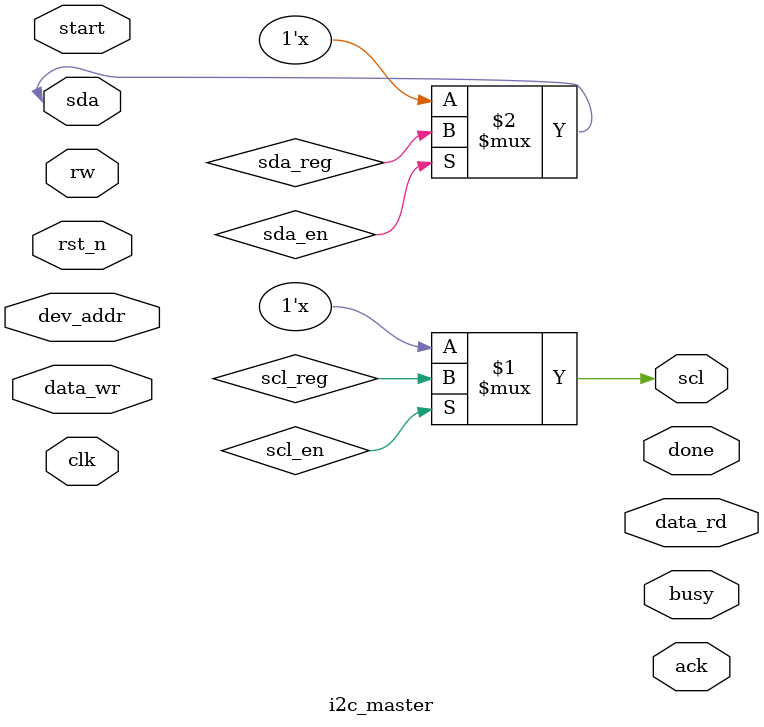
<source format=v>
module i2c_master(
    input wire clk,         // FPGA系统时钟
    input wire rst_n,       // 低有效复位
    inout wire sda,         // I2C数据线（连接J5-26）
    output wire scl,        // I2C时钟线（连接J5-27）

    // 用户接口
    input wire start,       // 开始I2C传输
    input wire [6:0] dev_addr, // 7位I2C从机地址
    input wire rw,          // 读写控制：0=写，1=读
    input wire [7:0] data_wr,  // 写数据
    output reg [7:0] data_rd,  // 读数据
    output reg busy,        // 忙信号
    output reg ack,         // 应答标志
    output reg done         // 完成标志
);

    // 省略详细状态机代码和I2C时序控制
    // 这里只写端口定义和三态驱动示例，可根据需要填充详细实现

    reg scl_reg, scl_en;
    reg sda_reg, sda_en;

    assign scl = scl_en ? scl_reg : 1'bz; // open-drain输出
    assign sda = sda_en ? sda_reg : 1'bz; // open-drain输出

    // ... 状态机、I2C时序逻辑（start、stop、ACK、读写等）

endmodule
</source>
